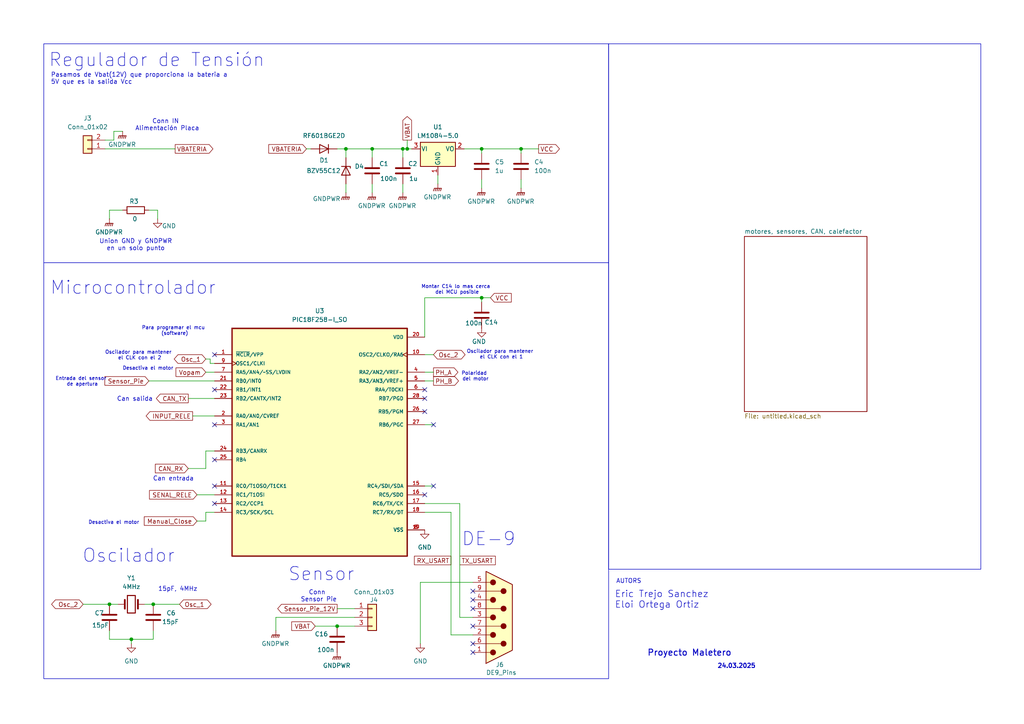
<source format=kicad_sch>
(kicad_sch (version 20250114) (generator "eeschema") (generator_version "9.0")
  (paper "A4")
  (lib_symbols
    (symbol "Connector:DE9_Pins" (pin_names (offset 1.016) (hide yes))
      (property "Reference" "J" (at 0 13.97 0))
      (property "Value" "DE9_Pins" (at 0 -14.605 0))
      (symbol "DE9_Pins_0_1"
        (polyline (pts (xy -3.81 10.16) (xy -2.54 10.16)))
        (polyline (pts (xy -3.81 7.62) (xy 0.508 7.62)))
        (polyline (pts (xy -3.81 5.08) (xy -2.54 5.08)))
        (polyline (pts (xy -3.81 2.54) (xy 0.508 2.54)))
        (polyline (pts (xy -3.81 0) (xy -2.54 0)))
        (polyline (pts (xy -3.81 -2.54) (xy 0.508 -2.54)))
        (polyline (pts (xy -3.81 -5.08) (xy -2.54 -5.08)))
        (polyline (pts (xy -3.81 -7.62) (xy 0.508 -7.62)))
        (polyline (pts (xy -3.81 -10.16) (xy -2.54 -10.16)))
        (polyline (pts (xy -3.81 -13.335) (xy -3.81 13.335) (xy 3.81 9.525) (xy 3.81 -9.525) (xy -3.81 -13.335)) (stroke (width 0.254)) (fill (type background)))
        (circle (center -1.778 10.16) (radius 0.762) (fill (type outline)))
        (circle (center -1.778 5.08) (radius 0.762) (fill (type outline)))
        (circle (center -1.778 0) (radius 0.762) (fill (type outline)))
        (circle (center -1.778 -5.08) (radius 0.762) (fill (type outline)))
        (circle (center -1.778 -10.16) (radius 0.762) (fill (type outline)))
        (circle (center 1.27 7.62) (radius 0.762) (fill (type outline)))
        (circle (center 1.27 2.54) (radius 0.762) (fill (type outline)))
        (circle (center 1.27 -2.54) (radius 0.762) (fill (type outline)))
        (circle (center 1.27 -7.62) (radius 0.762) (fill (type outline)))
      )
      (symbol "DE9_Pins_1_1"
        (pin passive line (at -7.62 10.16 0) (length 3.81) (name "5") (number "5"))
        (pin passive line (at -7.62 7.62 0) (length 3.81) (name "9") (number "9"))
        (pin passive line (at -7.62 5.08 0) (length 3.81) (name "4") (number "4"))
        (pin passive line (at -7.62 2.54 0) (length 3.81) (name "8") (number "8"))
        (pin passive line (at -7.62 0 0) (length 3.81) (name "3") (number "3"))
        (pin passive line (at -7.62 -2.54 0) (length 3.81) (name "7") (number "7"))
        (pin passive line (at -7.62 -5.08 0) (length 3.81) (name "2") (number "2"))
        (pin passive line (at -7.62 -7.62 0) (length 3.81) (name "6") (number "6"))
        (pin passive line (at -7.62 -10.16 0) (length 3.81) (name "1") (number "1"))
      )
    )
    (symbol "Connector_Generic:Conn_01x02" (pin_names (offset 1.016) (hide yes))
      (property "Reference" "J" (at 0 2.54 0))
      (property "Value" "Conn_01x02" (at 0 -5.08 0))
      (symbol "Conn_01x02_1_1"
        (rectangle (start -1.27 1.27) (end 1.27 -3.81) (stroke (width 0.254)) (fill (type background)))
        (rectangle (start -1.27 0.127) (end 0 -0.127) (stroke (width 0.1524)))
        (rectangle (start -1.27 -2.413) (end 0 -2.667) (stroke (width 0.1524)))
        (pin passive line (at -5.08 0 0) (length 3.81) (name "Pin_1") (number "1"))
        (pin passive line (at -5.08 -2.54 0) (length 3.81) (name "Pin_2") (number "2"))
      )
    )
    (symbol "Connector_Generic:Conn_01x03" (pin_names (offset 1.016) (hide yes))
      (property "Reference" "J" (at 0 5.08 0))
      (property "Value" "Conn_01x03" (at 0 -5.08 0))
      (symbol "Conn_01x03_1_1"
        (rectangle (start -1.27 3.81) (end 1.27 -3.81) (stroke (width 0.254)) (fill (type background)))
        (rectangle (start -1.27 2.667) (end 0 2.413) (stroke (width 0.1524)))
        (rectangle (start -1.27 0.127) (end 0 -0.127) (stroke (width 0.1524)))
        (rectangle (start -1.27 -2.413) (end 0 -2.667) (stroke (width 0.1524)))
        (pin passive line (at -5.08 2.54 0) (length 3.81) (name "Pin_1") (number "1"))
        (pin passive line (at -5.08 0 0) (length 3.81) (name "Pin_2") (number "2"))
        (pin passive line (at -5.08 -2.54 0) (length 3.81) (name "Pin_3") (number "3"))
      )
    )
    (symbol "Device:C" (pin_numbers (hide yes)) (pin_names (offset 0.254))
      (property "Reference" "C" (at 0.635 2.54 0))
      (property "Value" "C" (at 0.635 -2.54 0))
      (symbol "C_0_1"
        (polyline (pts (xy -2.032 0.762) (xy 2.032 0.762)) (stroke (width 0.508)))
        (polyline (pts (xy -2.032 -0.762) (xy 2.032 -0.762)) (stroke (width 0.508)))
      )
      (symbol "C_1_1"
        (pin passive line (at 0 3.81 270) (length 2.794) (name "~") (number "1"))
        (pin passive line (at 0 -3.81 90) (length 2.794) (name "~") (number "2"))
      )
    )
    (symbol "Device:Crystal" (pin_numbers (hide yes)) (pin_names (offset 1.016) (hide yes))
      (property "Reference" "Y" (at 0 3.81 0))
      (property "Value" "Crystal" (at 0 -3.81 0))
      (symbol "Crystal_0_1"
        (polyline (pts (xy -2.54 0) (xy -1.905 0)))
        (polyline (pts (xy -1.905 -1.27) (xy -1.905 1.27)) (stroke (width 0.508)))
        (rectangle (start -1.143 2.54) (end 1.143 -2.54) (stroke (width 0.3048)))
        (polyline (pts (xy 1.905 -1.27) (xy 1.905 1.27)) (stroke (width 0.508)))
        (polyline (pts (xy 2.54 0) (xy 1.905 0)))
      )
      (symbol "Crystal_1_1"
        (pin passive line (at -3.81 0 0) (length 1.27) (name "1") (number "1"))
        (pin passive line (at 3.81 0 180) (length 1.27) (name "2") (number "2"))
      )
    )
    (symbol "Device:D" (pin_numbers (hide yes)) (pin_names (offset 1.016) (hide yes))
      (property "Reference" "D" (at 0 2.54 0))
      (property "Value" "D" (at 0 -2.54 0))
      (symbol "D_0_1"
        (polyline (pts (xy -1.27 1.27) (xy -1.27 -1.27)) (stroke (width 0.254)))
        (polyline (pts (xy 1.27 1.27) (xy 1.27 -1.27) (xy -1.27 0) (xy 1.27 1.27)) (stroke (width 0.254)))
        (polyline (pts (xy 1.27 0) (xy -1.27 0)))
      )
      (symbol "D_1_1"
        (pin passive line (at -3.81 0 0) (length 2.54) (name "K") (number "1"))
        (pin passive line (at 3.81 0 180) (length 2.54) (name "A") (number "2"))
      )
    )
    (symbol "Device:R" (pin_numbers (hide yes)) (pin_names (offset 0))
      (property "Reference" "R" (at 2.032 0 90))
      (property "Value" "R" (at 0 0 90))
      (symbol "R_0_1"
        (rectangle (start -1.016 -2.54) (end 1.016 2.54) (stroke (width 0.254)))
      )
      (symbol "R_1_1"
        (pin passive line (at 0 3.81 270) (length 1.27) (name "~") (number "1"))
        (pin passive line (at 0 -3.81 90) (length 1.27) (name "~") (number "2"))
      )
    )
    (symbol "Diode:BZV55C12" (pin_numbers (hide yes)) (pin_names (hide yes))
      (property "Reference" "D" (at 0 2.54 0))
      (property "Value" "BZV55C12" (at 0 -2.54 0))
      (symbol "BZV55C12_0_1"
        (polyline (pts (xy -1.27 -1.27) (xy -1.27 1.27) (xy -0.762 1.27)) (stroke (width 0.254)))
        (polyline (pts (xy 1.27 0) (xy -1.27 0)))
        (polyline (pts (xy 1.27 -1.27) (xy 1.27 1.27) (xy -1.27 0) (xy 1.27 -1.27)) (stroke (width 0.254)))
      )
      (symbol "BZV55C12_1_1"
        (pin passive line (at -3.81 0 0) (length 2.54) (name "K") (number "1"))
        (pin passive line (at 3.81 0 180) (length 2.54) (name "A") (number "2"))
      )
    )
    (symbol "PIC18F258-I_SO:PIC18F258-I_SO" (pin_names (offset 1.016))
      (property "Reference" "U" (at -25.4 34.02 0))
      (property "Value" "PIC18F258-I_SO" (at -25.4 -37.02 0))
      (symbol "PIC18F258-I_SO_0_0"
        (rectangle (start -25.4 -33.02) (end 25.4 33.02) (stroke (width 0.41)) (fill (type background)))
        (pin input line (at -30.48 25.4 0) (length 5.08) (name "~{MCLR}/VPP") (number "1"))
        (pin input clock (at -30.48 22.86 0) (length 5.08) (name "OSC1/CLKI") (number "9"))
        (pin input line (at -30.48 20.32 0) (length 5.08) (name "RA5/AN4/~SS/LVDIN") (number "7"))
        (pin input line (at -30.48 17.78 0) (length 5.08) (name "RB0/INT0") (number "21"))
        (pin input line (at -30.48 15.24 0) (length 5.08) (name "RB1/INT1") (number "22"))
        (pin input line (at -30.48 12.7 0) (length 5.08) (name "RB2/CANTX/INT2") (number "23"))
        (pin bidirectional line (at -30.48 7.62 0) (length 5.08) (name "RA0/AN0/CVREF") (number "2"))
        (pin bidirectional line (at -30.48 5.08 0) (length 5.08) (name "RA1/AN1") (number "3"))
        (pin bidirectional line (at -30.48 -2.54 0) (length 5.08) (name "RB3/CANRX") (number "24"))
        (pin bidirectional line (at -30.48 -5.08 0) (length 5.08) (name "RB4") (number "25"))
        (pin bidirectional line (at -30.48 -12.7 0) (length 5.08) (name "RC0/T1OSO/T1CK1") (number "11"))
        (pin bidirectional line (at -30.48 -15.24 0) (length 5.08) (name "RC1/T1OSI") (number "12"))
        (pin bidirectional line (at -30.48 -17.78 0) (length 5.08) (name "RC2/CCP1") (number "13"))
        (pin bidirectional line (at -30.48 -20.32 0) (length 5.08) (name "RC3/SCK/SCL") (number "14"))
        (pin power_in line (at 30.48 30.48 180) (length 5.08) (name "VDD") (number "20"))
        (pin output clock (at 30.48 25.4 180) (length 5.08) (name "OSC2/CLKO/RA6") (number "10"))
        (pin bidirectional line (at 30.48 20.32 180) (length 5.08) (name "RA2/AN2/VREF-") (number "4"))
        (pin bidirectional line (at 30.48 17.78 180) (length 5.08) (name "RA3/AN3/VREF+") (number "5"))
        (pin bidirectional line (at 30.48 15.24 180) (length 5.08) (name "RA4/T0CKI") (number "6"))
        (pin bidirectional line (at 30.48 12.7 180) (length 5.08) (name "RB7/PGD") (number "28"))
        (pin bidirectional line (at 30.48 8.89 180) (length 5.08) (name "RB5/PGM") (number "26"))
        (pin bidirectional line (at 30.48 5.08 180) (length 5.08) (name "RB6/PGC") (number "27"))
        (pin bidirectional line (at 30.48 -12.7 180) (length 5.08) (name "RC4/SDI/SDA") (number "15"))
        (pin bidirectional line (at 30.48 -15.24 180) (length 5.08) (name "RC5/SDO") (number "16"))
        (pin bidirectional line (at 30.48 -17.78 180) (length 5.08) (name "RC6/TX/CK") (number "17"))
        (pin bidirectional line (at 30.48 -20.32 180) (length 5.08) (name "RC7/RX/DT") (number "18"))
        (pin power_in line (at 30.48 -25.4 180) (length 5.08) (name "VSS") (number "19"))
        (pin power_in line (at 30.48 -25.4 180) (length 5.08) (name "VSS") (number "8"))
      )
    )
    (symbol "Regulator_Linear:LM1084-5.0" (pin_names (offset 0.254))
      (property "Reference" "U" (at -3.81 3.175 0))
      (property "Value" "LM1084-5.0" (at 0 3.175 0))
      (symbol "LM1084-5.0_0_1"
        (rectangle (start -5.08 1.905) (end 5.08 -5.08) (stroke (width 0.254)) (fill (type background)))
      )
      (symbol "LM1084-5.0_1_1"
        (pin power_in line (at -7.62 0 0) (length 2.54) (name "VI") (number "3"))
        (pin power_in line (at 0 -7.62 90) (length 2.54) (name "GND") (number "1"))
        (pin power_out line (at 7.62 0 180) (length 2.54) (name "VO") (number "2"))
      )
    )
    (symbol "power:GND" (power) (pin_numbers (hide yes)) (pin_names (offset 0) (hide yes))
      (property "Value" "GND" (at 0 -3.81 0))
      (symbol "GND_0_1"
        (polyline (pts (xy 0 0) (xy 0 -1.27) (xy 1.27 -1.27) (xy 0 -2.54) (xy -1.27 -1.27) (xy 0 -1.27)))
      )
      (symbol "GND_1_1"
        (pin power_in line (at 0 0 270) (length 0) (name "~") (number "1"))
      )
    )
    (symbol "power:GNDPWR" (power) (pin_numbers (hide yes)) (pin_names (offset 0) (hide yes))
      (property "Value" "GNDPWR" (at 0 -3.302 0))
      (symbol "GNDPWR_0_1"
        (polyline (pts (xy -1.016 -1.27) (xy -1.27 -2.032) (xy -1.27 -2.032)) (stroke (width 0.2032)))
        (polyline (pts (xy -0.508 -1.27) (xy -0.762 -2.032) (xy -0.762 -2.032)) (stroke (width 0.2032)))
        (polyline (pts (xy 0 -1.27) (xy 0 0)))
        (polyline (pts (xy 0 -1.27) (xy -0.254 -2.032) (xy -0.254 -2.032)) (stroke (width 0.2032)))
        (polyline (pts (xy 0.508 -1.27) (xy 0.254 -2.032) (xy 0.254 -2.032)) (stroke (width 0.2032)))
        (polyline (pts (xy 1.016 -1.27) (xy -1.016 -1.27) (xy -1.016 -1.27)) (stroke (width 0.2032)))
        (polyline (pts (xy 1.016 -1.27) (xy 0.762 -2.032) (xy 0.762 -2.032) (xy 0.762 -2.032)) (stroke (width 0.2032)))
      )
      (symbol "GNDPWR_1_1"
        (pin power_in line (at 0 0 270) (length 0) (name "~") (number "1"))
      )
    )
  )
  (rectangle (start 12.7 76.2) (end 176.53 196.85))
  (rectangle (start 176.53 12.7) (end 284.48 165.1))
  (rectangle (start 12.7 12.7) (end 176.53 76.2))
  (text "Desactiva el motor" (at 33.02 151.638 0) (effects (font (size 1.016 1.016))))
  (text "Para programar el mcu\n (software)" (at 50.292 96.012 0) (effects (font (size 1.016 1.016))))
  (text "Polaridad \ndel motor" (at 137.922 109.22 0) (effects (font (size 1.016 1.016))))
  (text "Eric Trejo Sanchez\nEloi Ortega Ortiz" (at 178.308 173.99 0) (effects (font (size 1.905 1.905)) (justify left)))
  (text "DE-9" (at 141.732 156.464 0) (effects (font (size 3.81 3.81))))
  (text "Regulador de Tensión" (at 45.466 17.526 0) (effects (font (size 3.81 3.81))))
  (text "Pasamos de Vbat(12V) que proporciona la bateria a \n5V que es la salida Vcc" (at 14.732 22.86 0) (effects (font (size 1.27 1.27)) (justify left)))
  (text "Desactiva el motor" (at 42.926 106.934 0) (effects (font (size 1.016 1.016))))
  (text "Microcontrolador" (at 38.608 83.566 0) (effects (font (size 3.81 3.81))))
  (text "Sensor" (at 93.218 166.624 0) (effects (font (size 3.81 3.81))))
  (text "Union GND y GNDPWR\nen un solo punto" (at 39.37 71.12 0) (effects (font (size 1.27 1.27))))
  (text "15pF, 4MHz\n" (at 51.562 170.942 0) (effects (font (size 1.27 1.27))))
  (text "Oscilador para mantener\n el CLK con el 1" (at 145.034 102.87 0) (effects (font (size 1.016 1.016))))
  (text "Entrada del sensor \nde apertura" (at 23.876 110.744 0) (effects (font (size 1.016 1.016))))
  (text "Can salida\n" (at 39.116 115.824 0) (effects (font (size 1.27 1.27))))
  (text "Oscilador" (at 37.338 161.29 0) (effects (font (size 3.81 3.81))))
  (text "Proyecto Maletero" (at 187.706 189.484 0) (effects (font (size 1.778 1.778) (thickness 0.254) (bold yes)) (justify left)))
  (text "Montar C14 lo mas cerca \ndel MCU posible" (at 132.588 84.074 0) (effects (font (size 1.016 1.016))))
  (text "Can entrada" (at 50.292 138.938 0) (effects (font (size 1.27 1.27))))
  (text "AUTORS" (at 182.372 168.656 0) (effects (font (size 1.27 1.27))))
  (text "24.03.2025" (at 208.026 193.294 0) (effects (font (size 1.27 1.27) (thickness 0.254) (bold yes)) (justify left)))
  (text "Oscilador para mantener\n el CLK con el 2" (at 40.132 103.124 0) (effects (font (size 1.016 1.016))))
  (text "Conn IN \nAlimentación Placa" (at 48.514 36.322 0) (effects (font (size 1.27 1.27))))
  (text "Conn \nSensor Pie\n\n" (at 92.456 173.99 0) (effects (font (size 1.27 1.27))))
  (junction (at 116.84 43.18))
  (junction (at 118.11 43.18))
  (junction (at 107.95 43.18))
  (junction (at 139.7 43.18))
  (junction (at 151.13 43.18))
  (junction (at 139.7 86.36))
  (junction (at 100.33 43.18))
  (junction (at 38.1 185.42))
  (junction (at 97.79 181.61))
  (junction (at 44.45 175.26))
  (junction (at 31.75 175.26))
  (no_connect (at 125.73 140.97))
  (no_connect (at 137.16 173.99))
  (no_connect (at 123.19 113.03))
  (no_connect (at 62.23 146.05))
  (no_connect (at 137.16 189.23))
  (no_connect (at 123.19 115.57))
  (no_connect (at 137.16 171.45))
  (no_connect (at 123.19 143.51))
  (no_connect (at 123.19 119.38))
  (no_connect (at 62.23 123.19))
  (no_connect (at 62.23 113.03))
  (no_connect (at 137.16 176.53))
  (no_connect (at 125.73 123.19))
  (no_connect (at 137.16 186.69))
  (no_connect (at 62.23 133.35))
  (no_connect (at 62.23 140.97))
  (no_connect (at 137.16 181.61))
  (no_connect (at 62.23 102.87))
  (wire (pts (xy 100.33 43.18) (xy 107.95 43.18)))
  (wire (pts (xy 116.84 53.34) (xy 116.84 55.88)))
  (wire (pts (xy 57.15 151.13) (xy 59.69 151.13)))
  (wire (pts (xy 107.95 53.34) (xy 107.95 55.88)))
  (wire (pts (xy 139.7 43.18) (xy 151.13 43.18)))
  (wire (pts (xy 31.75 63.5) (xy 31.75 60.96)))
  (wire (pts (xy 134.62 43.18) (xy 139.7 43.18)))
  (wire (pts (xy 151.13 43.18) (xy 156.21 43.18)))
  (wire (pts (xy 59.69 135.89) (xy 59.69 130.81)))
  (wire (pts (xy 91.44 181.61) (xy 97.79 181.61)))
  (wire (pts (xy 38.1 185.42) (xy 44.45 185.42)))
  (wire (pts (xy 59.69 107.95) (xy 62.23 107.95)))
  (wire (pts (xy 43.18 60.96) (xy 45.72 60.96)))
  (wire (pts (xy 43.18 110.49) (xy 62.23 110.49)))
  (wire (pts (xy 97.79 176.53) (xy 102.87 176.53)))
  (wire (pts (xy 125.73 107.95) (xy 123.19 107.95)))
  (wire (pts (xy 139.7 43.18) (xy 139.7 44.45)))
  (wire (pts (xy 139.7 52.07) (xy 139.7 54.61)))
  (wire (pts (xy 107.95 43.18) (xy 107.95 45.72)))
  (wire (pts (xy 60.96 104.14) (xy 59.69 104.14)))
  (wire (pts (xy 100.33 43.18) (xy 100.33 45.72)))
  (wire (pts (xy 62.23 148.59) (xy 59.69 148.59)))
  (wire (pts (xy 24.13 175.26) (xy 31.75 175.26)))
  (wire (pts (xy 125.73 140.97) (xy 123.19 140.97)))
  (wire (pts (xy 31.75 185.42) (xy 31.75 182.88)))
  (wire (pts (xy 80.01 179.07) (xy 102.87 179.07)))
  (wire (pts (xy 59.69 148.59) (xy 59.69 151.13)))
  (wire (pts (xy 90.17 43.18) (xy 88.9 43.18)))
  (wire (pts (xy 123.19 148.59) (xy 130.81 148.59)))
  (wire (pts (xy 54.61 115.57) (xy 62.23 115.57)))
  (wire (pts (xy 125.73 102.87) (xy 123.19 102.87)))
  (wire (pts (xy 55.88 120.65) (xy 62.23 120.65)))
  (wire (pts (xy 116.84 43.18) (xy 118.11 43.18)))
  (wire (pts (xy 60.96 104.14) (xy 60.96 105.41)))
  (wire (pts (xy 80.01 179.07) (xy 80.01 182.88)))
  (wire (pts (xy 130.81 184.15) (xy 137.16 184.15)))
  (wire (pts (xy 121.92 168.91) (xy 121.92 186.69)))
  (wire (pts (xy 35.56 38.1) (xy 33.02 38.1)))
  (wire (pts (xy 30.48 43.18) (xy 50.8 43.18)))
  (wire (pts (xy 151.13 52.07) (xy 151.13 54.61)))
  (wire (pts (xy 38.1 186.69) (xy 38.1 185.42)))
  (wire (pts (xy 107.95 43.18) (xy 116.84 43.18)))
  (wire (pts (xy 41.91 175.26) (xy 44.45 175.26)))
  (wire (pts (xy 133.35 146.05) (xy 133.35 179.07)))
  (wire (pts (xy 123.19 86.36) (xy 139.7 86.36)))
  (wire (pts (xy 45.72 60.96) (xy 45.72 63.5)))
  (wire (pts (xy 137.16 168.91) (xy 121.92 168.91)))
  (wire (pts (xy 97.79 43.18) (xy 100.33 43.18)))
  (wire (pts (xy 118.11 40.64) (xy 118.11 43.18)))
  (wire (pts (xy 33.02 40.64) (xy 30.48 40.64)))
  (wire (pts (xy 59.69 130.81) (xy 62.23 130.81)))
  (wire (pts (xy 125.73 110.49) (xy 123.19 110.49)))
  (wire (pts (xy 44.45 182.88) (xy 44.45 185.42)))
  (wire (pts (xy 57.15 143.51) (xy 62.23 143.51)))
  (wire (pts (xy 133.35 179.07) (xy 137.16 179.07)))
  (wire (pts (xy 139.7 86.36) (xy 139.7 87.63)))
  (wire (pts (xy 54.61 135.89) (xy 59.69 135.89)))
  (wire (pts (xy 31.75 185.42) (xy 38.1 185.42)))
  (wire (pts (xy 125.73 123.19) (xy 123.19 123.19)))
  (wire (pts (xy 139.7 86.36) (xy 142.24 86.36)))
  (wire (pts (xy 116.84 43.18) (xy 116.84 45.72)))
  (wire (pts (xy 123.19 146.05) (xy 133.35 146.05)))
  (wire (pts (xy 97.79 181.61) (xy 102.87 181.61)))
  (wire (pts (xy 123.19 86.36) (xy 123.19 97.79)))
  (wire (pts (xy 151.13 43.18) (xy 151.13 44.45)))
  (wire (pts (xy 60.96 105.41) (xy 62.23 105.41)))
  (wire (pts (xy 130.81 148.59) (xy 130.81 184.15)))
  (wire (pts (xy 31.75 175.26) (xy 34.29 175.26)))
  (wire (pts (xy 118.11 43.18) (xy 119.38 43.18)))
  (wire (pts (xy 100.33 53.34) (xy 100.33 55.88)))
  (wire (pts (xy 33.02 38.1) (xy 33.02 40.64)))
  (wire (pts (xy 31.75 60.96) (xy 35.56 60.96)))
  (wire (pts (xy 127 50.8) (xy 127 53.34)))
  (wire (pts (xy 44.45 175.26) (xy 52.07 175.26)))
  (global_label "CAN_RX" (shape input) (at 54.61 135.89 180) (property "Intersheetrefs" "${INTERSHEET_REFS}" (effects (hide yes))))
  (global_label "VCC" (shape input) (at 142.24 86.36 0) (property "Intersheetrefs" "${INTERSHEET_REFS}" (effects (hide yes))))
  (global_label "Osc_1" (shape bidirectional) (at 52.07 175.26 0) (property "Intersheetrefs" "${INTERSHEET_REFS}" (effects (hide yes))))
  (global_label "VBAT" (shape output) (at 118.11 40.64 90) (property "Intersheetrefs" "${INTERSHEET_REFS}" (effects (hide yes))))
  (global_label "VBATERIA" (shape input) (at 88.9 43.18 180) (property "Intersheetrefs" "${INTERSHEET_REFS}" (effects (hide yes))))
  (global_label "Osc_2" (shape bidirectional) (at 24.13 175.26 180) (property "Intersheetrefs" "${INTERSHEET_REFS}" (effects (hide yes))))
  (global_label "Sensor_Pie_12V" (shape output) (at 97.79 176.53 180) (property "Intersheetrefs" "${INTERSHEET_REFS}" (effects (hide yes))))
  (global_label "Manual_Close" (shape input) (at 57.15 151.13 180) (property "Intersheetrefs" "${INTERSHEET_REFS}" (effects (hide yes))))
  (global_label "VBAT" (shape input) (at 91.44 181.61 180) (property "Intersheetrefs" "${INTERSHEET_REFS}" (effects (hide yes))))
  (global_label "TX_USART" (shape passive) (at 133.35 162.56 0) (property "Intersheetrefs" "${INTERSHEET_REFS}" (effects (hide yes))))
  (global_label "CAN_TX" (shape output) (at 54.61 115.57 180) (property "Intersheetrefs" "${INTERSHEET_REFS}" (effects (hide yes))))
  (global_label "Osc_1" (shape bidirectional) (at 59.69 104.14 180) (property "Intersheetrefs" "${INTERSHEET_REFS}" (effects (hide yes))))
  (global_label "VBATERIA" (shape output) (at 50.8 43.18 0) (property "Intersheetrefs" "${INTERSHEET_REFS}" (effects (hide yes))))
  (global_label "RX_USART" (shape passive) (at 130.81 162.56 180) (property "Intersheetrefs" "${INTERSHEET_REFS}" (effects (hide yes))))
  (global_label "INPUT_RELE" (shape output) (at 55.88 120.65 180) (property "Intersheetrefs" "${INTERSHEET_REFS}" (effects (hide yes))))
  (global_label "VCC" (shape output) (at 156.21 43.18 0) (property "Intersheetrefs" "${INTERSHEET_REFS}" (effects (hide yes))))
  (global_label "PH_B" (shape output) (at 125.73 110.49 0) (property "Intersheetrefs" "${INTERSHEET_REFS}" (effects (hide yes))))
  (global_label "PH_A" (shape output) (at 125.73 107.95 0) (property "Intersheetrefs" "${INTERSHEET_REFS}" (effects (hide yes))))
  (global_label "Osc_2" (shape bidirectional) (at 125.73 102.87 0) (property "Intersheetrefs" "${INTERSHEET_REFS}" (effects (hide yes))))
  (global_label "SENAL_RELE" (shape input) (at 57.15 143.51 180) (property "Intersheetrefs" "${INTERSHEET_REFS}" (effects (hide yes))))
  (global_label "Vopam" (shape input) (at 59.69 107.95 180) (property "Intersheetrefs" "${INTERSHEET_REFS}" (effects (hide yes))))
  (global_label "Sensor_Pie" (shape input) (at 43.18 110.49 180) (property "Intersheetrefs" "${INTERSHEET_REFS}" (effects (hide yes))))
  (symbol (lib_id "power:GNDPWR") (at 35.56 38.1 0) (unit 1)
    (property "Reference" "#PWR032" (effects (hide yes)))
    (property "Value" "GNDPWR" (at 35.433 41.91 0))
    (property "Description" "Power symbol creates a global label with name \"GNDPWR\" , global ground" (effects (hide yes)))
  )
  (symbol (lib_id "Connector_Generic:Conn_01x03") (at 107.95 179.07 0) (unit 1)
    (property "Reference" "J4" (at 108.458 173.99 0))
    (property "Value" "Conn_01x03" (at 108.458 171.704 0))
    (property "Footprint" "TerminalBlock_Phoenix:TerminalBlock_Phoenix_MKDS-1,5-3_1x03_P5.00mm_Horizontal" (effects (hide yes)))
    (property "Description" "Generic connector, single row, 01x03, script generated (kicad-library-utils/schlib/autogen/connector/)" (effects (hide yes)))
  )
  (symbol (lib_id "power:GND") (at 123.19 153.67 0) (unit 1)
    (property "Reference" "#PWR015" (effects (hide yes)))
    (property "Value" "GND" (at 123.19 158.75 0))
    (property "Description" "Power symbol creates a global label with name \"GND\" , ground" (effects (hide yes)))
  )
  (symbol (lib_id "power:GND") (at 45.72 63.5 0) (unit 1)
    (property "Reference" "#PWR040" (effects (hide yes)))
    (property "Value" "GND" (at 49.022 65.532 0))
    (property "Description" "Power symbol creates a global label with name \"GND\" , ground" (effects (hide yes)))
  )
  (symbol (lib_id "power:GNDPWR") (at 127 53.34 0) (unit 1)
    (property "Reference" "#PWR043" (effects (hide yes)))
    (property "Value" "GNDPWR" (at 126.873 57.15 0))
    (property "Description" "Power symbol creates a global label with name \"GNDPWR\" , global ground" (effects (hide yes)))
  )
  (symbol (lib_id "Device:Crystal") (at 38.1 175.26 0) (unit 1)
    (property "Reference" "Y1" (at 38.1 167.64 0))
    (property "Value" "4MHz" (at 38.1 170.18 0))
    (property "Footprint" "Crystal:Crystal_SMD_HC49-SD" (effects (hide yes)))
    (property "Description" "Two pin crystal" (effects (hide yes)))
  )
  (symbol (lib_id "power:GND") (at 38.1 186.69 0) (unit 1)
    (property "Reference" "#PWR05" (effects (hide yes)))
    (property "Value" "GND" (at 38.1 191.77 0))
    (property "Description" "Power symbol creates a global label with name \"GND\" , ground" (effects (hide yes)))
  )
  (symbol (lib_id "Regulator_Linear:LM1084-5.0") (at 127 43.18 0) (unit 1)
    (property "Reference" "U1" (at 127 36.83 0))
    (property "Value" "LM1084-5.0" (at 127 39.37 0))
    (property "Footprint" "Library:LT1117" (effects (hide yes)))
    (property "Datasheet" "http://www.ti.com/lit/ds/symlink/lm1084.pdf" (effects (hide yes)))
    (property "Description" "5A 27V Linear Regulator, Fixed Output 5.0V, TO-220/TO-263" (effects (hide yes)))
  )
  (symbol (lib_id "power:GNDPWR") (at 151.13 54.61 0) (unit 1)
    (property "Reference" "#PWR045" (effects (hide yes)))
    (property "Value" "GNDPWR" (at 151.003 58.42 0))
    (property "Description" "Power symbol creates a global label with name \"GNDPWR\" , global ground" (effects (hide yes)))
  )
  (symbol (lib_id "Connector_Generic:Conn_01x02") (at 25.4 43.18 180) (unit 1)
    (property "Reference" "J3" (at 25.4 34.29 0))
    (property "Value" "Conn_01x02" (at 25.4 36.83 0))
    (property "Footprint" "TerminalBlock_Phoenix:TerminalBlock_Phoenix_MKDS-1,5-2-5.08_1x02_P5.08mm_Horizontal" (effects (hide yes)))
    (property "Description" "Generic connector, single row, 01x02, script generated (kicad-library-utils/schlib/autogen/connector/)" (effects (hide yes)))
  )
  (symbol (lib_id "Device:C") (at 44.45 179.07 0) (unit 1)
    (property "Reference" "C6" (at 48.26 177.7999 0) (effects (justify left)))
    (property "Value" "15pF" (at 46.99 180.34 0) (effects (justify left)))
    (property "Footprint" "Capacitor_SMD:C_0805_2012Metric" (effects (hide yes)))
    (property "Description" "Unpolarized capacitor" (effects (hide yes)))
  )
  (symbol (lib_id "Device:C") (at 139.7 91.44 180) (unit 1)
    (property "Reference" "C14" (at 142.494 93.472 0))
    (property "Value" "100n" (at 137.414 93.726 0))
    (property "Footprint" "Capacitor_SMD:C_0805_2012Metric" (effects (hide yes)))
    (property "Description" "Unpolarized capacitor" (effects (hide yes)))
  )
  (symbol (lib_id "Device:C") (at 31.75 179.07 0) (unit 1)
    (property "Reference" "C7" (at 27.432 177.8 0) (effects (justify left)))
    (property "Value" "15pF" (at 26.67 181.356 0) (effects (justify left)))
    (property "Footprint" "Capacitor_SMD:C_0805_2012Metric" (effects (hide yes)))
    (property "Description" "Unpolarized capacitor" (effects (hide yes)))
  )
  (symbol (lib_id "power:GND") (at 139.7 95.25 0) (unit 1)
    (property "Reference" "#PWR028" (effects (hide yes)))
    (property "Value" "GND" (at 140.97 99.06 0) (effects (justify right)))
    (property "Description" "Power symbol creates a global label with name \"GND\" , ground" (effects (hide yes)))
  )
  (symbol (lib_id "power:GNDPWR") (at 100.33 55.88 0) (unit 1)
    (property "Reference" "#PWR035" (effects (hide yes)))
    (property "Value" "GNDPWR" (at 94.742 57.658 0))
    (property "Description" "Power symbol creates a global label with name \"GNDPWR\" , global ground" (effects (hide yes)))
  )
  (symbol (lib_id "power:GND") (at 121.92 186.69 0) (unit 1)
    (property "Reference" "#PWR034" (effects (hide yes)))
    (property "Value" "GND" (at 121.92 191.77 0))
    (property "Description" "Power symbol creates a global label with name \"GND\" , ground" (effects (hide yes)))
  )
  (symbol (lib_id "Device:D") (at 93.98 43.18 180) (unit 1)
    (property "Reference" "D1" (at 93.98 46.482 0))
    (property "Value" "RF601BGE2D" (at 93.98 39.37 0))
    (property "Footprint" "Diode_SMD:D_0805_2012Metric" (effects (hide yes)))
    (property "Description" "Diode" (effects (hide yes)))
    (property "Sim.Device" "D" (effects (hide yes)))
    (property "Sim.Pins" "1=K 2=A" (effects (hide yes)))
  )
  (symbol (lib_id "power:GNDPWR") (at 116.84 55.88 0) (unit 1)
    (property "Reference" "#PWR042" (effects (hide yes)))
    (property "Value" "GNDPWR" (at 116.713 59.69 0))
    (property "Description" "Power symbol creates a global label with name \"GNDPWR\" , global ground" (effects (hide yes)))
  )
  (symbol (lib_id "Device:C") (at 97.79 185.42 180) (unit 1)
    (property "Reference" "C16" (at 93.218 183.896 0))
    (property "Value" "100n" (at 94.488 188.468 0))
    (property "Footprint" "Capacitor_SMD:C_0805_2012Metric" (effects (hide yes)))
    (property "Description" "Unpolarized capacitor" (effects (hide yes)))
  )
  (symbol (lib_id "Device:C") (at 116.84 49.53 0) (unit 1)
    (property "Reference" "C2" (at 118.364 47.498 0) (effects (justify left)))
    (property "Value" "1u" (at 118.618 51.816 0) (effects (justify left)))
    (property "Footprint" "Capacitor_SMD:C_0805_2012Metric" (effects (hide yes)))
    (property "Description" "Unpolarized capacitor" (effects (hide yes)))
  )
  (symbol (lib_id "Device:C") (at 151.13 48.26 0) (unit 1)
    (property "Reference" "C4" (at 154.94 46.9899 0) (effects (justify left)))
    (property "Value" "100n" (at 154.94 49.5299 0) (effects (justify left)))
    (property "Footprint" "Capacitor_SMD:C_0805_2012Metric" (effects (hide yes)))
    (property "Description" "Unpolarized capacitor" (effects (hide yes)))
  )
  (symbol (lib_id "PIC18F258-I_SO:PIC18F258-I_SO") (at 92.71 128.27 0) (unit 1)
    (property "Reference" "U3" (at 92.71 90.17 0))
    (property "Value" "PIC18F258-I_SO" (at 92.71 92.71 0))
    (property "Footprint" "PIC18F258-I_SO (1):SOIC127P1030X265-28N" (effects (hide yes)))
    (property "MF" "Microchip" (effects (hide yes)))
    (property "Description_1" "Microcontroller, 32 KB Flash, 1536 RAM, 256 EEPROM, 25 I/O, SOIC-28 | Microchip Technology Inc. PIC18F258-I/SO" (effects (hide yes)))
    (property "Package" "SOIC-28 Microchip" (effects (hide yes)))
    (property "Price" "None" (effects (hide yes)))
    (property "SnapEDA_Link" "https://www.snapeda.com/parts/PIC18F258-I/SO/Microchip/view-part/?ref=snap" (effects (hide yes)))
    (property "MP" "PIC18F258-I/SO" (effects (hide yes)))
    (property "Availability" "In Stock" (effects (hide yes)))
    (property "Check_prices" "https://www.snapeda.com/parts/PIC18F258-I/SO/Microchip/view-part/?ref=eda" (effects (hide yes)))
  )
  (symbol (lib_id "power:GNDPWR") (at 139.7 54.61 0) (unit 1)
    (property "Reference" "#PWR044" (effects (hide yes)))
    (property "Value" "GNDPWR" (at 139.573 58.42 0))
    (property "Description" "Power symbol creates a global label with name \"GNDPWR\" , global ground" (effects (hide yes)))
  )
  (symbol (lib_id "Diode:BZV55C12") (at 100.33 49.53 270) (unit 1)
    (property "Reference" "D4" (at 102.87 48.2599 90) (effects (justify left)))
    (property "Value" "BZV55C12" (at 88.9 49.53 90) (effects (justify left)))
    (property "Footprint" "Diode_SMD:D_MiniMELF" (effects (hide yes)))
    (property "Datasheet" "https://assets.nexperia.com/documents/data-sheet/BZV55_SER.pdf" (effects (hide yes)))
    (property "Description" "12V, 500mW, 5%, Zener diode, MiniMELF" (effects (hide yes)))
  )
  (symbol (lib_id "power:GNDPWR") (at 80.01 182.88 0) (unit 1)
    (property "Reference" "#PWR052" (effects (hide yes)))
    (property "Value" "GNDPWR" (at 79.883 186.69 0))
    (property "Description" "Power symbol creates a global label with name \"GNDPWR\" , global ground" (effects (hide yes)))
  )
  (symbol (lib_id "Device:R") (at 39.37 60.96 90) (unit 1) (on_board no)
    (property "Reference" "R3" (at 38.862 58.42 90))
    (property "Value" "0" (at 39.116 63.5 90))
    (property "Description" "Resistor" (effects (hide yes)))
  )
  (symbol (lib_id "power:GNDPWR") (at 107.95 55.88 0) (unit 1)
    (property "Reference" "#PWR041" (effects (hide yes)))
    (property "Value" "GNDPWR" (at 107.823 59.69 0))
    (property "Description" "Power symbol creates a global label with name \"GNDPWR\" , global ground" (effects (hide yes)))
  )
  (symbol (lib_id "Connector:DE9_Pins") (at 144.78 179.07 0) (unit 1)
    (property "Reference" "J6" (at 143.764 192.786 0) (effects (justify left)))
    (property "Value" "DE9_Pins" (at 140.97 195.072 0) (effects (justify left)))
    (property "Footprint" "Connector_Dsub:DSUB-9_Pins_Horizontal_P2.77x2.54mm_EdgePinOffset9.40mm" (effects (hide yes)))
    (property "Description" "9-pin D-SUB connector, pins (male)" (effects (hide yes)))
  )
  (symbol (lib_id "power:GNDPWR") (at 31.75 63.5 0) (unit 1)
    (property "Reference" "#PWR036" (effects (hide yes)))
    (property "Value" "GNDPWR" (at 31.623 67.31 0))
    (property "Description" "Power symbol creates a global label with name \"GNDPWR\" , global ground" (effects (hide yes)))
  )
  (symbol (lib_id "Device:C") (at 139.7 48.26 0) (unit 1)
    (property "Reference" "C5" (at 143.51 46.9899 0) (effects (justify left)))
    (property "Value" "1u" (at 143.51 49.5299 0) (effects (justify left)))
    (property "Footprint" "Capacitor_SMD:C_0805_2012Metric" (effects (hide yes)))
    (property "Description" "Unpolarized capacitor" (effects (hide yes)))
  )
  (symbol (lib_id "Device:C") (at 107.95 49.53 0) (unit 1)
    (property "Reference" "C1" (at 109.982 47.498 0) (effects (justify left)))
    (property "Value" "100n" (at 110.236 51.816 0) (effects (justify left)))
    (property "Footprint" "Capacitor_SMD:C_0805_2012Metric" (effects (hide yes)))
    (property "Description" "Unpolarized capacitor" (effects (hide yes)))
  )
  (symbol (lib_id "power:GNDPWR") (at 97.79 189.23 0) (unit 1)
    (property "Reference" "#PWR019" (effects (hide yes)))
    (property "Value" "GNDPWR" (at 97.663 193.04 0))
    (property "Description" "Power symbol creates a global label with name \"GNDPWR\" , global ground" (effects (hide yes)))
  )
  (sheet (at 215.9 68.58) (size 35.56 50.8) (stroke (width 0.1524))
    (property "Sheetname" "motores, sensores, CAN, calefactor" (at 215.9 67.8684 0) (effects (justify left bottom)))
    (property "Sheetfile" "untitled.kicad_sch" (at 215.9 119.9646 0) (effects (justify left top)))
  )
)
</source>
